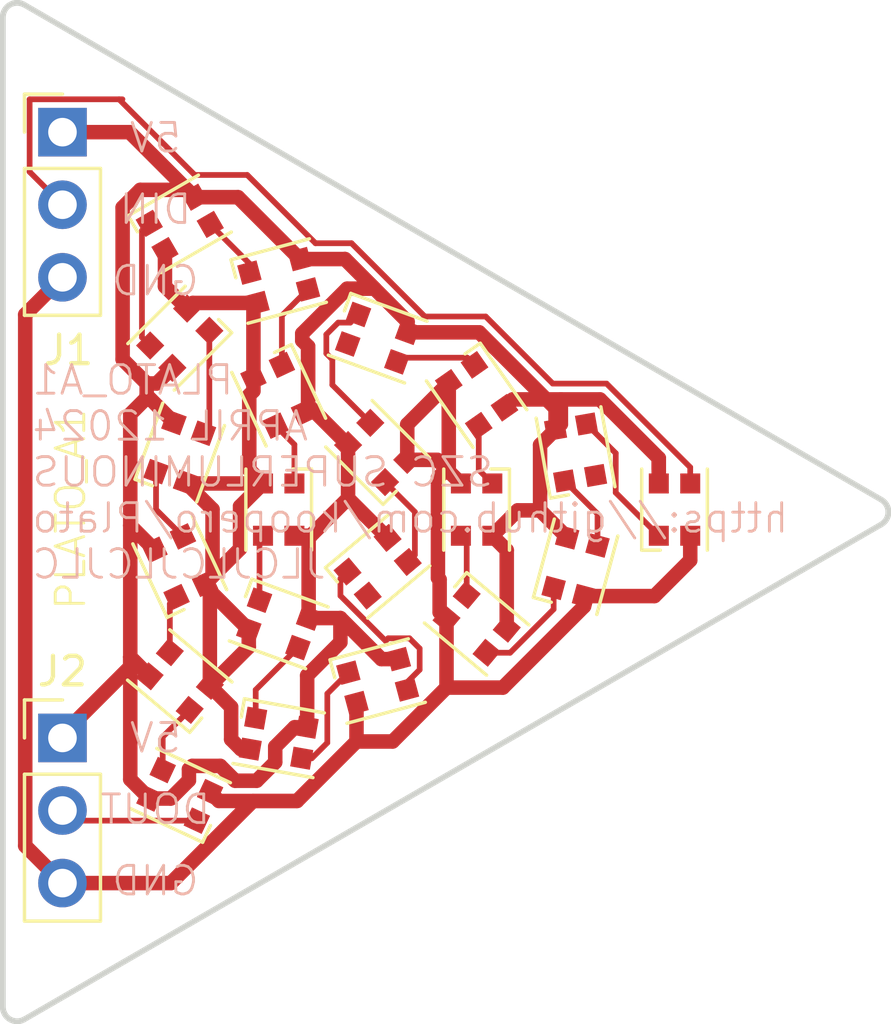
<source format=kicad_pcb>
(kicad_pcb (version 20240108) (generator "pcbnew") (generator_version "8.0")
  (layers (0 "F.Cu" signal) (31 "B.Cu" signal) (34 "B.Paste" user) (35 "F.Paste" user) (36 "B.SilkS" user "B.Silkscreen") (37 "F.SilkS" user "F.Silkscreen") (38 "B.Mask" user) (39 "F.Mask" user) (44 "Edge.Cuts" user))
  (net 0 "")
  (net 1 "DATA_IN")
  (net 2 "GND")
  (net 3 "Net-(D1-DOUT)")
  (net 4 "+5V")
  (net 5 "Net-(D2-DOUT)")
  (net 6 "Net-(D3-DOUT)")
  (net 7 "Net-(D4-DOUT)")
  (net 8 "Net-(D6-DOUT)")
  (net 9 "Net-(D10-DIN)")
  (net 10 "Net-(D11-DOUT)")
  (net 11 "Net-(D10-DOUT)")
  (net 12 "Net-(D12-DOUT)")
  (net 13 "Net-(D13-DOUT)")
  (net 14 "Net-(D15-DOUT)")
  (net 15 "Net-(D16-DOUT)")
  (net 16 "Net-(D18-DOUT)")
  (net 17 "Net-(D19-DOUT)")
  (net 18 "DATA_OUT")
  (net 19 "Net-(D5-DOUT)")
  (net 20 "Net-(D7-DOUT)")
  (net 21 "Net-(D8-DOUT)")
  (net 22 "Net-(D14-DOUT)")
  (net 23 "Net-(D17-DOUT)")
  (net 24 "Net-(D20-DOUT)")
  (footprint "Connector_PinHeader_2.54mm:PinHeader_1x03_P2.54mm_Vertical" (layer "F.Cu") (at 99.627064 59.297943)
    (property "Reference" "J1" (at 0.214102 7.629165 360) (layer "F.SilkS"))
    (property "Value" "Conn_01x03_Socket" (hide yes))
    (fp_line (start -1.330001 -1.329999) (end 0 -1.33) (stroke (width 0.12)) (layer "F.SilkS"))
    (fp_line (start -1.33 0) (end -1.330001 -1.329999) (stroke (width 0.12)) (layer "F.SilkS"))
    (fp_line (start -1.33 1.27) (end -1.33 6.410001) (stroke (width 0.12)) (layer "F.SilkS"))
    (fp_line (start -1.33 1.27) (end 1.329999 1.269999) (stroke (width 0.12)) (layer "F.SilkS"))
    (fp_line (start -1.33 6.410001) (end 1.33 6.41) (stroke (width 0.12)) (layer "F.SilkS"))
    (fp_line (start 1.329999 1.269999) (end 1.33 6.41) (stroke (width 0.12)) (layer "F.SilkS"))
    (pad "1" thru_hole rect (at 0 0) (size 1.7 1.7) (drill 1) (layers "*.Cu" "*.Mask") (net 4 "+5V"))
    (pad "2" thru_hole oval (at 0 2.54) (size 1.7 1.7) (drill 1) (layers "*.Cu" "*.Mask") (net 1 "DATA_IN"))
    (pad "3" thru_hole oval (at 0 5.08) (size 1.7 1.7) (drill 1) (layers "*.Cu" "*.Mask") (net 2 "GND"))
  )
  (footprint "LED_SMD:LED_WS2812B-2020_PLCC4_2.0x2.0mm" (layer "F.Cu") (at 103.732378 62.507418 30)
    (property "Reference" "D16" (hide yes))
    (property "Value" "WS2812B-2020" (hide yes))
    (fp_line (start -1.42 -1.15) (end -1.42 -0.5) (stroke (width 0.12)) (layer "F.SilkS"))
    (fp_line (start -1.42 -1.15) (end 1.42 -1.15) (stroke (width 0.12)) (layer "F.SilkS"))
    (fp_line (start -1.42 1.15) (end 1.42 1.15) (stroke (width 0.12)) (layer "F.SilkS"))
    (pad "1" smd rect (at -0.915 -0.55 30) (size 0.7 0.7) (layers "F.Cu" "F.Paste" "F.Mask") (net 15 "Net-(D16-DOUT)"))
    (pad "2" smd rect (at -0.915 0.55 30) (size 0.7 0.7) (layers "F.Cu" "F.Paste" "F.Mask") (net 2 "GND"))
    (pad "3" smd rect (at 0.915 0.55 30) (size 0.7 0.7) (layers "F.Cu" "F.Paste" "F.Mask") (net 14 "Net-(D15-DOUT)"))
    (pad "4" smd rect (at 0.915 -0.55 30) (size 0.7 0.7) (layers "F.Cu" "F.Paste" "F.Mask") (net 4 "+5V"))
  )
  (footprint "Connector_PinHeader_2.54mm:PinHeader_1x03_P2.54mm_Vertical" (layer "F.Cu") (at 99.627064 80.497943)
    (property "Reference" "J2" (at 0 -2.33 360) (layer "F.SilkS"))
    (property "Value" "Conn_01x03_Pin" (hide yes))
    (fp_line (start -1.33 -1.33) (end 0 -1.33) (stroke (width 0.12)) (layer "F.SilkS"))
    (fp_line (start -1.33 0) (end -1.33 -1.33) (stroke (width 0.12)) (layer "F.SilkS"))
    (fp_line (start -1.33 1.27) (end -1.33 6.41) (stroke (width 0.12)) (layer "F.SilkS"))
    (fp_line (start -1.33 1.27) (end 1.33 1.27) (stroke (width 0.12)) (layer "F.SilkS"))
    (fp_line (start -1.33 6.41) (end 1.33 6.41) (stroke (width 0.12)) (layer "F.SilkS"))
    (fp_line (start 1.33 1.27) (end 1.33 6.41) (stroke (width 0.12)) (layer "F.SilkS"))
    (pad "1" thru_hole rect (at 0 0) (size 1.7 1.7) (drill 1) (layers "*.Cu" "*.Mask") (net 4 "+5V"))
    (pad "2" thru_hole oval (at 0 2.54) (size 1.7 1.7) (drill 1) (layers "*.Cu" "*.Mask") (net 18 "DATA_OUT"))
    (pad "3" thru_hole oval (at 0 5.08) (size 1.7 1.7) (drill 1) (layers "*.Cu" "*.Mask") (net 2 "GND"))
  )
  (footprint "LED_SMD:LED_WS2812B-2020_PLCC4_2.0x2.0mm" (layer "F.Cu") (at 110.66058 78.507418 15)
    (property "Reference" "D10" (hide yes))
    (property "Value" "WS2812B-2020" (hide yes))
    (fp_line (start -1.42 -1.15) (end -1.42 -0.5) (stroke (width 0.12)) (layer "F.SilkS"))
    (fp_line (start -1.42 -1.15) (end 1.42 -1.15) (stroke (width 0.12)) (layer "F.SilkS"))
    (fp_line (start -1.42 1.15) (end 1.42 1.15) (stroke (width 0.12)) (layer "F.SilkS"))
    (pad "1" smd rect (at -0.915 -0.55 15) (size 0.7 0.7) (layers "F.Cu" "F.Paste" "F.Mask") (net 11 "Net-(D10-DOUT)"))
    (pad "2" smd rect (at -0.915 0.55 15) (size 0.7 0.7) (layers "F.Cu" "F.Paste" "F.Mask") (net 2 "GND"))
    (pad "3" smd rect (at 0.915 0.55 15) (size 0.7 0.7) (layers "F.Cu" "F.Paste" "F.Mask") (net 9 "Net-(D10-DIN)"))
    (pad "4" smd rect (at 0.915 -0.55 15) (size 0.7 0.7) (layers "F.Cu" "F.Paste" "F.Mask") (net 4 "+5V"))
  )
  (footprint "LED_SMD:LED_WS2812B-2020_PLCC4_2.0x2.0mm" (layer "F.Cu") (at 110.66058 70.507418 135)
    (property "Reference" "D8" (hide yes))
    (property "Value" "WS2812B-2020" (hide yes))
    (fp_line (start -1.42 -1.15) (end 1.42 -1.15) (stroke (width 0.12)) (layer "F.SilkS"))
    (fp_line (start -1.42 -1.15) (end -1.42 -0.5) (stroke (width 0.12)) (layer "F.SilkS"))
    (fp_line (start -1.42 1.15) (end 1.42 1.15) (stroke (width 0.12)) (layer "F.SilkS"))
    (pad "1" smd rect (at -0.915 -0.55 135) (size 0.7 0.7) (layers "F.Cu" "F.Paste" "F.Mask") (net 21 "Net-(D8-DOUT)"))
    (pad "2" smd rect (at -0.915 0.55 135) (size 0.7 0.7) (layers "F.Cu" "F.Paste" "F.Mask") (net 2 "GND"))
    (pad "3" smd rect (at 0.915 0.55 135) (size 0.7 0.7) (layers "F.Cu" "F.Paste" "F.Mask") (net 20 "Net-(D7-DOUT)"))
    (pad "4" smd rect (at 0.915 -0.55 135) (size 0.7 0.7) (layers "F.Cu" "F.Paste" "F.Mask") (net 4 "+5V"))
  )
  (footprint "LED_SMD:LED_WS2812B-2020_PLCC4_2.0x2.0mm" (layer "F.Cu") (at 107.19648 72.507418 -90)
    (property "Reference" "D13" (hide yes))
    (property "Value" "WS2812B-2020" (hide yes))
    (fp_line (start -1.42 1.15) (end 1.42 1.15) (stroke (width 0.12)) (layer "F.SilkS"))
    (fp_line (start -1.42 -1.15) (end -1.42 -0.5) (stroke (width 0.12)) (layer "F.SilkS"))
    (fp_line (start -1.42 -1.15) (end 1.42 -1.15) (stroke (width 0.12)) (layer "F.SilkS"))
    (pad "1" smd rect (at -0.915 -0.55 270) (size 0.7 0.7) (layers "F.Cu" "F.Paste" "F.Mask") (net 13 "Net-(D13-DOUT)"))
    (pad "2" smd rect (at -0.915 0.55 270) (size 0.7 0.7) (layers "F.Cu" "F.Paste" "F.Mask") (net 2 "GND"))
    (pad "3" smd rect (at 0.915 0.55 270) (size 0.7 0.7) (layers "F.Cu" "F.Paste" "F.Mask") (net 12 "Net-(D12-DOUT)"))
    (pad "4" smd rect (at 0.915 -0.55 270) (size 0.7 0.7) (layers "F.Cu" "F.Paste" "F.Mask") (net 4 "+5V"))
  )
  (footprint "LED_SMD:LED_WS2812B-2020_PLCC4_2.0x2.0mm" (layer "F.Cu") (at 107.19648 80.507418 -10)
    (property "Reference" "D11" (hide yes))
    (property "Value" "WS2812B-2020" (hide yes))
    (fp_line (start -1.42 1.150001) (end 1.420001 1.150001) (stroke (width 0.12)) (layer "F.SilkS"))
    (fp_line (start -1.420001 -1.150001) (end -1.42 -0.5) (stroke (width 0.12)) (layer "F.SilkS"))
    (fp_line (start -1.420001 -1.150001) (end 1.42 -1.150001) (stroke (width 0.12)) (layer "F.SilkS"))
    (pad "1" smd rect (at -0.915001 -0.550001 350) (size 0.7 0.7) (layers "F.Cu" "F.Paste" "F.Mask") (net 10 "Net-(D11-DOUT)"))
    (pad "2" smd rect (at -0.915 0.55 350) (size 0.7 0.7) (layers "F.Cu" "F.Paste" "F.Mask") (net 2 "GND"))
    (pad "3" smd rect (at 0.915001 0.550001 350) (size 0.7 0.7) (layers "F.Cu" "F.Paste" "F.Mask") (net 11 "Net-(D10-DOUT)"))
    (pad "4" smd rect (at 0.915 -0.55 350) (size 0.7 0.7) (layers "F.Cu" "F.Paste" "F.Mask") (net 4 "+5V"))
  )
  (footprint "LED_SMD:LED_WS2812B-2020_PLCC4_2.0x2.0mm" (layer "F.Cu") (at 103.732378 74.507418 115)
    (property "Reference" "D19" (hide yes))
    (property "Value" "WS2812B-2020" (hide yes))
    (fp_line (start -1.42 -1.15) (end 1.42 -1.15) (stroke (width 0.12)) (layer "F.SilkS"))
    (fp_line (start -1.42 -1.15) (end -1.42 -0.5) (stroke (width 0.12)) (layer "F.SilkS"))
    (fp_line (start -1.42 1.15) (end 1.42 1.15) (stroke (width 0.12)) (layer "F.SilkS"))
    (pad "1" smd rect (at -0.915 -0.550001 115) (size 0.7 0.7) (layers "F.Cu" "F.Paste" "F.Mask") (net 17 "Net-(D19-DOUT)"))
    (pad "2" smd rect (at -0.915 0.55 115) (size 0.7 0.7) (layers "F.Cu" "F.Paste" "F.Mask") (net 2 "GND"))
    (pad "3" smd rect (at 0.915 0.550001 115) (size 0.7 0.7) (layers "F.Cu" "F.Paste" "F.Mask") (net 16 "Net-(D18-DOUT)"))
    (pad "4" smd rect (at 0.915 -0.55 115) (size 0.7 0.7) (layers "F.Cu" "F.Paste" "F.Mask") (net 4 "+5V"))
  )
  (footprint "LED_SMD:LED_WS2812B-2020_PLCC4_2.0x2.0mm" (layer "F.Cu") (at 117.588784 74.507418 75)
    (property "Reference" "D3" (hide yes))
    (property "Value" "WS2812B-2020" (hide yes))
    (fp_line (start -1.419999 -1.15) (end -1.42 -0.5) (stroke (width 0.12)) (layer "F.SilkS"))
    (fp_line (start -1.419999 -1.15) (end 1.42 -1.150001) (stroke (width 0.12)) (layer "F.SilkS"))
    (fp_line (start -1.42 1.150001) (end 1.419999 1.15) (stroke (width 0.12)) (layer "F.SilkS"))
    (pad "1" smd rect (at -0.915 -0.549999 75) (size 0.7 0.7) (layers "F.Cu" "F.Paste" "F.Mask") (net 6 "Net-(D3-DOUT)"))
    (pad "2" smd rect (at -0.915 0.55 75) (size 0.7 0.7) (layers "F.Cu" "F.Paste" "F.Mask") (net 2 "GND"))
    (pad "3" smd rect (at 0.915 0.549999 75) (size 0.7 0.7) (layers "F.Cu" "F.Paste" "F.Mask") (net 5 "Net-(D2-DOUT)"))
    (pad "4" smd rect (at 0.915 -0.55 75) (size 0.7 0.7) (layers "F.Cu" "F.Paste" "F.Mask") (net 4 "+5V"))
  )
  (footprint "LED_SMD:LED_WS2812B-2020_PLCC4_2.0x2.0mm" (layer "F.Cu") (at 121.052885 72.507418 90)
    (property "Reference" "D1" (hide yes))
    (property "Value" "WS2812B-2020" (hide yes))
    (fp_line (start -1.42 -1.150001) (end 1.419999 -1.149999) (stroke (width 0.12)) (layer "F.SilkS"))
    (fp_line (start -1.42 -1.150001) (end -1.420001 -0.500001) (stroke (width 0.12)) (layer "F.SilkS"))
    (fp_line (start -1.419999 1.149999) (end 1.42 1.150001) (stroke (width 0.12)) (layer "F.SilkS"))
    (pad "1" smd rect (at -0.915 -0.549999 90) (size 0.7 0.7) (layers "F.Cu" "F.Paste" "F.Mask") (net 3 "Net-(D1-DOUT)"))
    (pad "2" smd rect (at -0.915 0.549999 90) (size 0.7 0.7) (layers "F.Cu" "F.Paste" "F.Mask") (net 2 "GND"))
    (pad "3" smd rect (at 0.915 0.549999 90) (size 0.7 0.7) (layers "F.Cu" "F.Paste" "F.Mask") (net 1 "DATA_IN"))
    (pad "4" smd rect (at 0.915 -0.549999 90) (size 0.7 0.7) (layers "F.Cu" "F.Paste" "F.Mask") (net 4 "+5V"))
  )
  (footprint "LED_SMD:LED_WS2812B-2020_PLCC4_2.0x2.0mm" (layer "F.Cu") (at 110.66058 66.507418 -20)
    (property "Reference" "D7" (hide yes))
    (property "Value" "WS2812B-2020" (hide yes))
    (fp_line (start -1.42 1.15) (end 1.42 1.15) (stroke (width 0.12)) (layer "F.SilkS"))
    (fp_line (start -1.42 -1.15) (end -1.42 -0.5) (stroke (width 0.12)) (layer "F.SilkS"))
    (fp_line (start -1.42 -1.15) (end 1.42 -1.15) (stroke (width 0.12)) (layer "F.SilkS"))
    (pad "1" smd rect (at -0.915 -0.55 340) (size 0.7 0.7) (layers "F.Cu" "F.Paste" "F.Mask") (net 20 "Net-(D7-DOUT)"))
    (pad "2" smd rect (at -0.915 0.550001 340) (size 0.7 0.7) (layers "F.Cu" "F.Paste" "F.Mask") (net 2 "GND"))
    (pad "3" smd rect (at 0.915 0.55 340) (size 0.7 0.7) (layers "F.Cu" "F.Paste" "F.Mask") (net 8 "Net-(D6-DOUT)"))
    (pad "4" smd rect (at 0.915 -0.550001 340) (size 0.7 0.7) (layers "F.Cu" "F.Paste" "F.Mask") (net 4 "+5V"))
  )
  (footprint "LED_SMD:LED_WS2812B-2020_PLCC4_2.0x2.0mm" (layer "F.Cu") (at 103.732378 66.507418 -135)
    (property "Reference" "D17" (hide yes))
    (property "Value" "WS2812B-2020" (hide yes))
    (fp_line (start -1.42 1.15) (end 1.42 1.15) (stroke (width 0.12)) (layer "F.SilkS"))
    (fp_line (start -1.42 -1.15) (end 1.42 -1.15) (stroke (width 0.12)) (layer "F.SilkS"))
    (fp_line (start -1.42 -1.15) (end -1.42 -0.5) (stroke (width 0.12)) (layer "F.SilkS"))
    (pad "1" smd rect (at -0.915 -0.55 225) (size 0.7 0.7) (layers "F.Cu" "F.Paste" "F.Mask") (net 23 "Net-(D17-DOUT)"))
    (pad "2" smd rect (at -0.915 0.55 225) (size 0.7 0.7) (layers "F.Cu" "F.Paste" "F.Mask") (net 2 "GND"))
    (pad "3" smd rect (at 0.915 0.55 225) (size 0.7 0.7) (layers "F.Cu" "F.Paste" "F.Mask") (net 15 "Net-(D16-DOUT)"))
    (pad "4" smd rect (at 0.915 -0.55 225) (size 0.7 0.7) (layers "F.Cu" "F.Paste" "F.Mask") (net 4 "+5V"))
  )
  (footprint "LED_SMD:LED_WS2812B-2020_PLCC4_2.0x2.0mm" (layer "F.Cu") (at 107.19648 64.507418 15)
    (property "Reference" "D15" (hide yes))
    (property "Value" "WS2812B-2020" (hide yes))
    (fp_line (start -1.420001 -1.149999) (end -1.42 -0.5) (stroke (width 0.12)) (layer "F.SilkS"))
    (fp_line (start -1.420001 -1.149999) (end 1.419999 -1.15) (stroke (width 0.12)) (layer "F.SilkS"))
    (fp_line (start -1.419999 1.15) (end 1.420001 1.149999) (stroke (width 0.12)) (layer "F.SilkS"))
    (pad "1" smd rect (at -0.915001 -0.549999 15) (size 0.7 0.7) (layers "F.Cu" "F.Paste" "F.Mask") (net 14 "Net-(D15-DOUT)"))
    (pad "2" smd rect (at -0.915 0.55 15) (size 0.7 0.7) (layers "F.Cu" "F.Paste" "F.Mask") (net 2 "GND"))
    (pad "3" smd rect (at 0.915001 0.549999 15) (size 0.7 0.7) (layers "F.Cu" "F.Paste" "F.Mask") (net 22 "Net-(D14-DOUT)"))
    (pad "4" smd rect (at 0.915 -0.55 15) (size 0.7 0.7) (layers "F.Cu" "F.Paste" "F.Mask") (net 4 "+5V"))
  )
  (footprint "LED_SMD:LED_WS2812B-2020_PLCC4_2.0x2.0mm" (layer "F.Cu") (at 103.732378 70.507418 70)
    (property "Reference" "D18" (hide yes))
    (property "Value" "WS2812B-2020" (hide yes))
    (fp_line (start -1.42 -1.15) (end -1.42 -0.5) (stroke (width 0.12)) (layer "F.SilkS"))
    (fp_line (start -1.42 -1.15) (end 1.42 -1.15) (stroke (width 0.12)) (layer "F.SilkS"))
    (fp_line (start -1.42 1.15) (end 1.42 1.15) (stroke (width 0.12)) (layer "F.SilkS"))
    (pad "1" smd rect (at -0.915 -0.55 70) (size 0.7 0.7) (layers "F.Cu" "F.Paste" "F.Mask") (net 16 "Net-(D18-DOUT)"))
    (pad "2" smd rect (at -0.915 0.550001 70) (size 0.7 0.7) (layers "F.Cu" "F.Paste" "F.Mask") (net 2 "GND"))
    (pad "3" smd rect (at 0.915 0.55 70) (size 0.7 0.7) (layers "F.Cu" "F.Paste" "F.Mask") (net 23 "Net-(D17-DOUT)"))
    (pad "4" smd rect (at 0.915 -0.550001 70) (size 0.7 0.7) (layers "F.Cu" "F.Paste" "F.Mask") (net 4 "+5V"))
  )
  (footprint "LED_SMD:LED_WS2812B-2020_PLCC4_2.0x2.0mm" (layer "F.Cu") (at 117.588784 70.507418 100)
    (property "Reference" "D2" (hide yes))
    (property "Value" "WS2812B-2020" (hide yes))
    (fp_line (start -1.42 -1.149999) (end 1.419999 -1.15) (stroke (width 0.12)) (layer "F.SilkS"))
    (fp_line (start -1.42 -1.149999) (end -1.42 -0.500001) (stroke (width 0.12)) (layer "F.SilkS"))
    (fp_line (start -1.419999 1.15) (end 1.42 1.149999) (stroke (width 0.12)) (layer "F.SilkS"))
    (pad "1" smd rect (at -0.914999 -0.55 100) (size 0.7 0.7) (layers "F.Cu" "F.Paste" "F.Mask") (net 5 "Net-(D2-DOUT)"))
    (pad "2" smd rect (at -0.915 0.550001 100) (size 0.7 0.7) (layers "F.Cu" "F.Paste" "F.Mask") (net 2 "GND"))
    (pad "3" smd rect (at 0.914999 0.55 100) (size 0.7 0.7) (layers "F.Cu" "F.Paste" "F.Mask") (net 3 "Net-(D1-DOUT)"))
    (pad "4" smd rect (at 0.915 -0.550001 100) (size 0.7 0.7) (layers "F.Cu" "F.Paste" "F.Mask") (net 4 "+5V"))
  )
  (footprint "LED_SMD:LED_WS2812B-2020_PLCC4_2.0x2.0mm" (layer "F.Cu") (at 107.19648 68.507418 -65)
    (property "Reference" "D14" (hide yes))
    (property "Value" "WS2812B-2020" (hide yes))
    (fp_line (start -1.42 1.15) (end 1.42 1.15) (stroke (width 0.12)) (layer "F.SilkS"))
    (fp_line (start -1.42 -1.15) (end -1.42 -0.5) (stroke (width 0.12)) (layer "F.SilkS"))
    (fp_line (start -1.42 -1.15) (end 1.42 -1.15) (stroke (width 0.12)) (layer "F.SilkS"))
    (pad "1" smd rect (at -0.915001 -0.55 295) (size 0.7 0.7) (layers "F.Cu" "F.Paste" "F.Mask") (net 22 "Net-(D14-DOUT)"))
    (pad "2" smd rect (at -0.914999 0.55 295) (size 0.7 0.7) (layers "F.Cu" "F.Paste" "F.Mask") (net 2 "GND"))
    (pad "3" smd rect (at 0.915001 0.55 295) (size 0.7 0.7) (layers "F.Cu" "F.Paste" "F.Mask") (net 13 "Net-(D13-DOUT)"))
    (pad "4" smd rect (at 0.914999 -0.55 295) (size 0.7 0.7) (layers "F.Cu" "F.Paste" "F.Mask") (net 4 "+5V"))
  )
  (footprint "LED_SMD:LED_WS2812B-2020_PLCC4_2.0x2.0mm" (layer "F.Cu") (at 103.732378 78.507418 140)
    (property "Reference" "D20" (hide yes))
    (property "Value" "WS2812B-2020" (hide yes))
    (fp_line (start -1.42 -1.150001) (end 1.42 -1.15) (stroke (width 0.12)) (layer "F.SilkS"))
    (fp_line (start -1.42 -1.150001) (end -1.42 -0.5) (stroke (width 0.12)) (layer "F.SilkS"))
    (fp_line (start -1.42 1.15) (end 1.42 1.150001) (stroke (width 0.12)) (layer "F.SilkS"))
    (pad "1" smd rect (at -0.915 -0.55 140) (size 0.7 0.7) (layers "F.Cu" "F.Paste" "F.Mask") (net 24 "Net-(D20-DOUT)"))
    (pad "2" smd rect (at -0.915 0.55 140) (size 0.7 0.7) (layers "F.Cu" "F.Paste" "F.Mask") (net 2 "GND"))
    (pad "3" smd rect (at 0.915 0.55 140) (size 0.7 0.7) (layers "F.Cu" "F.Paste" "F.Mask") (net 17 "Net-(D19-DOUT)"))
    (pad "4" smd rect (at 0.915 -0.55 140) (size 0.7 0.7) (layers "F.Cu" "F.Paste" "F.Mask") (net 4 "+5V"))
  )
  (footprint "LED_SMD:LED_WS2812B-2020_PLCC4_2.0x2.0mm" (layer "F.Cu") (at 114.124682 68.507418 -55)
    (property "Reference" "D6" (hide yes))
    (property "Value" "WS2812B-2020" (hide yes))
    (fp_line (start -1.42 1.15) (end 1.42 1.150001) (stroke (width 0.12)) (layer "F.SilkS"))
    (fp_line (start -1.42 -1.150001) (end -1.42 -0.5) (stroke (width 0.12)) (layer "F.SilkS"))
    (fp_line (start -1.42 -1.150001) (end 1.42 -1.15) (stroke (width 0.12)) (layer "F.SilkS"))
    (pad "1" smd rect (at -0.915 -0.55 305) (size 0.7 0.7) (layers "F.Cu" "F.Paste" "F.Mask") (net 8 "Net-(D6-DOUT)"))
    (pad "2" smd rect (at -0.915 0.55 305) (size 0.7 0.7) (layers "F.Cu" "F.Paste" "F.Mask") (net 2 "GND"))
    (pad "3" smd rect (at 0.915 0.55 305) (size 0.7 0.7) (layers "F.Cu" "F.Paste" "F.Mask") (net 19 "Net-(D5-DOUT)"))
    (pad "4" smd rect (at 0.915 -0.55 305) (size 0.7 0.7) (layers "F.Cu" "F.Paste" "F.Mask") (net 4 "+5V"))
  )
  (footprint "LED_SMD:LED_WS2812B-2020_PLCC4_2.0x2.0mm" (layer "F.Cu") (at 107.19648 76.507418 -20)
    (property "Reference" "D12" (hide yes))
    (property "Value" "WS2812B-2020" (hide yes))
    (fp_line (start -1.42 1.15) (end 1.42 1.15) (stroke (width 0.12)) (layer "F.SilkS"))
    (fp_line (start -1.42 -1.15) (end -1.42 -0.5) (stroke (width 0.12)) (layer "F.SilkS"))
    (fp_line (start -1.42 -1.15) (end 1.42 -1.15) (stroke (width 0.12)) (layer "F.SilkS"))
    (pad "1" smd rect (at -0.915001 -0.55 340) (size 0.7 0.7) (layers "F.Cu" "F.Paste" "F.Mask") (net 12 "Net-(D12-DOUT)"))
    (pad "2" smd rect (at -0.915 0.55 340) (size 0.7 0.7) (layers "F.Cu" "F.Paste" "F.Mask") (net 2 "GND"))
    (pad "3" smd rect (at 0.915001 0.55 340) (size 0.7 0.7) (layers "F.Cu" "F.Paste" "F.Mask") (net 10 "Net-(D11-DOUT)"))
    (pad "4" smd rect (at 0.915 -0.55 340) (size 0.7 0.7) (layers "F.Cu" "F.Paste" "F.Mask") (net 4 "+5V"))
  )
  (footprint "LED_SMD:LED_WS2812B-2020_PLCC4_2.0x2.0mm" (layer "F.Cu") (at 114.124682 72.507418 -90)
    (property "Reference" "D5" (hide yes))
    (property "Value" "WS2812B-2020" (hide yes))
    (fp_line (start -1.42 1.15) (end 1.42 1.149999) (stroke (width 0.12)) (layer "F.SilkS"))
    (fp_line (start -1.42 -1.149999) (end -1.42 -0.499999) (stroke (width 0.12)) (layer "F.SilkS"))
    (fp_line (start -1.42 -1.149999) (end 1.42 -1.15) (stroke (width 0.12)) (layer "F.SilkS"))
    (pad "1" smd rect (at -0.915 -0.55 270) (size 0.7 0.7) (layers "F.Cu" "F.Paste" "F.Mask") (net 19 "Net-(D5-DOUT)"))
    (pad "2" smd rect (at -0.915001 0.549999 270) (size 0.7 0.7) (layers "F.Cu" "F.Paste" "F.Mask") (net 2 "GND"))
    (pad "3" smd rect (at 0.915 0.55 270) (size 0.7 0.7) (layers "F.Cu" "F.Paste" "F.Mask") (net 7 "Net-(D4-DOUT)"))
    (pad "4" smd rect (at 0.915001 -0.549999 270) (size 0.7 0.7) (layers "F.Cu" "F.Paste" "F.Mask") (net 4 "+5V"))
  )
  (footprint "LED_SMD:LED_WS2812B-2020_PLCC4_2.0x2.0mm" (layer "F.Cu") (at 114.124682 76.507418 -40)
    (property "Reference" "D4" (hide yes))
    (property "Value" "WS2812B-2020" (hide yes))
    (fp_line (start -1.419999 1.15) (end 1.420001 1.150001) (stroke (width 0.12)) (layer "F.SilkS"))
    (fp_line (start -1.420001 -1.150001) (end -1.42 -0.5) (stroke (width 0.12)) (layer "F.SilkS"))
    (fp_line (start -1.420001 -1.150001) (end 1.419999 -1.15) (stroke (width 0.12)) (layer "F.SilkS"))
    (pad "1" smd rect (at -0.915 -0.550001 320) (size 0.7 0.7) (layers "F.Cu" "F.Paste" "F.Mask") (net 7 "Net-(D4-DOUT)"))
    (pad "2" smd rect (at -0.915 0.55 320) (size 0.7 0.7) (layers "F.Cu" "F.Paste" "F.Mask") (net 2 "GND"))
    (pad "3" smd rect (at 0.915 0.550001 320) (size 0.7 0.7) (layers "F.Cu" "F.Paste" "F.Mask") (net 6 "Net-(D3-DOUT)"))
    (pad "4" smd rect (at 0.915 -0.55 320) (size 0.7 0.7) (layers "F.Cu" "F.Paste" "F.Mask") (net 4 "+5V"))
  )
  (footprint "LED_SMD:LED_WS2812B-2020_PLCC4_2.0x2.0mm" (layer "F.Cu") (at 103.732378 82.507418 155)
    (property "Reference" "D21" (hide yes))
    (property "Value" "WS2812B-2020" (hide yes))
    (fp_line (start -1.42 -1.15) (end 1.42 -1.15) (stroke (width 0.12)) (layer "F.SilkS"))
    (fp_line (start -1.42 -1.15) (end -1.42 -0.5) (stroke (width 0.12)) (layer "F.SilkS"))
    (fp_line (start -1.42 1.15) (end 1.42 1.15) (stroke (width 0.12)) (layer "F.SilkS"))
    (pad "1" smd rect (at -0.915 -0.55 155) (size 0.7 0.7) (layers "F.Cu" "F.Paste" "F.Mask") (net 18 "DATA_OUT"))
    (pad "2" smd rect (at -0.915 0.550001 155) (size 0.7 0.7) (layers "F.Cu" "F.Paste" "F.Mask") (net 2 "GND"))
    (pad "3" smd rect (at 0.915 0.55 155) (size 0.7 0.7) (layers "F.Cu" "F.Paste" "F.Mask") (net 24 "Net-(D20-DOUT)"))
    (pad "4" smd rect (at 0.915 -0.550001 155) (size 0.7 0.7) (layers "F.Cu" "F.Paste" "F.Mask") (net 4 "+5V"))
  )
  (footprint "LED_SMD:LED_WS2812B-2020_PLCC4_2.0x2.0mm" (layer "F.Cu") (at 110.66058 74.507418 40)
    (property "Reference" "D9" (hide yes))
    (property "Value" "WS2812B-2020" (hide yes))
    (fp_line (start -1.42 -1.15) (end -1.42 -0.5) (stroke (width 0.12)) (layer "F.SilkS"))
    (fp_line (start -1.42 -1.15) (end 1.42 -1.150001) (stroke (width 0.12)) (layer "F.SilkS"))
    (fp_line (start -1.42 1.150001) (end 1.42 1.15) (stroke (width 0.12)) (layer "F.SilkS"))
    (pad "1" smd rect (at -0.915 -0.55 40) (size 0.7 0.7) (layers "F.Cu" "F.Paste" "F.Mask") (net 9 "Net-(D10-DIN)"))
    (pad "2" smd rect (at -0.915 0.55 40) (size 0.7 0.7) (layers "F.Cu" "F.Paste" "F.Mask") (net 2 "GND"))
    (pad "3" smd rect (at 0.915 0.55 40) (size 0.7 0.7) (layers "F.Cu" "F.Paste" "F.Mask") (net 21 "Net-(D8-DOUT)"))
    (pad "4" smd rect (at 0.915 -0.55 40) (size 0.7 0.7) (layers "F.Cu" "F.Paste" "F.Mask") (net 4 "+5V"))
  )
  (gr_line (start 128.490319 72.376325) (end 128.509681 72.422257) (stroke (width 0.2)) (layer "Edge.Cuts"))
  (gr_line (start 97.904415 90.395087) (end 97.857164 90.379212) (stroke (width 0.2)) (layer "Edge.Cuts"))
  (gr_line (start 128.46648 72.332549) (end 128.490319 72.376325) (stroke (width 0.2)) (layer "Edge.Cuts"))
  (gr_line (start 128.524374 72.469888) (end 128.53425 72.518746) (stroke (width 0.2)) (layer "Edge.Cuts"))
  (gr_line (start 97.953011 90.406179) (end 97.904415 90.395087) (stroke (width 0.2)) (layer "Edge.Cuts"))
  (gr_line (start 98.0523 54.772914) (end 98.102007 54.776639) (stroke (width 0.2)) (layer "Edge.Cuts"))
  (gr_line (start 128.438401 72.291365) (end 128.46648 72.332549) (stroke (width 0.2)) (layer "Edge.Cuts"))
  (gr_line (start 98.0523 90.41362) (end 98.00247 90.412377) (stroke (width 0.2)) (layer "Edge.Cuts"))
  (gr_line (start 97.539835 55.272759) (end 97.54232 55.222975) (stroke (width 0.2)) (layer "Edge.Cuts"))
  (gr_line (start 97.549749 90.012848) (end 97.54232 89.963559) (stroke (width 0.2)) (layer "Edge.Cuts"))
  (gr_line (start 97.54232 89.963559) (end 97.539835 89.913775) (stroke (width 0.2)) (layer "Edge.Cuts"))
  (gr_line (start 97.81173 54.827823) (end 97.857164 54.807322) (stroke (width 0.2)) (layer "Edge.Cuts"))
  (gr_line (start 128.406361 72.253181) (end 128.438401 72.291365) (stroke (width 0.2)) (layer "Edge.Cuts"))
  (gr_line (start 128.331707 72.187298) (end 128.370678 72.218376) (stroke (width 0.2)) (layer "Edge.Cuts"))
  (gr_line (start 128.509681 72.422257) (end 128.524374 72.469888) (stroke (width 0.2)) (layer "Edge.Cuts"))
  (gr_line (start 128.539213 72.61819) (end 128.53425 72.667788) (stroke (width 0.2)) (layer "Edge.Cuts"))
  (gr_line (start 97.54232 55.222975) (end 97.549749 55.173686) (stroke (width 0.2)) (layer "Edge.Cuts"))
  (gr_line (start 98.151095 54.785295) (end 98.199078 54.798795) (stroke (width 0.2)) (layer "Edge.Cuts"))
  (gr_line (start 128.53425 72.667788) (end 128.524374 72.716646) (stroke (width 0.2)) (layer "Edge.Cuts"))
  (gr_line (start 97.953011 54.780355) (end 98.00247 54.774157) (stroke (width 0.2)) (layer "Edge.Cuts"))
  (gr_line (start 98.245479 90.369528) (end 98.199078 90.387739) (stroke (width 0.2)) (layer "Edge.Cuts"))
  (gr_line (start 97.579097 90.107992) (end 97.562049 90.061153) (stroke (width 0.2)) (layer "Edge.Cuts"))
  (gr_line (start 98.289835 54.839746) (end 128.289835 72.160254) (stroke (width 0.2)) (layer "Edge.Cuts"))
  (gr_line (start 128.539213 72.568344) (end 128.539213 72.61819) (stroke (width 0.2)) (layer "Edge.Cuts"))
  (gr_line (start 98.245479 54.817006) (end 98.289835 54.839746) (stroke (width 0.2)) (layer "Edge.Cuts"))
  (gr_line (start 98.199078 90.387739) (end 98.151095 90.401239) (stroke (width 0.2)) (layer "Edge.Cuts"))
  (gr_line (start 97.81173 90.358711) (end 97.768562 90.333788) (stroke (width 0.2)) (layer "Edge.Cuts"))
  (gr_line (start 97.626716 90.195435) (end 97.600724 90.152902) (stroke (width 0.2)) (layer "Edge.Cuts"))
  (gr_line (start 128.53425 72.518746) (end 128.539213 72.568344) (stroke (width 0.2)) (layer "Edge.Cuts"))
  (gr_line (start 128.490319 72.810209) (end 128.46648 72.853985) (stroke (width 0.2)) (layer "Edge.Cuts"))
  (gr_line (start 128.331707 72.999236) (end 128.289835 73.02628) (stroke (width 0.2)) (layer "Edge.Cuts"))
  (gr_line (start 98.00247 90.412377) (end 97.953011 90.406179) (stroke (width 0.2)) (layer "Edge.Cuts"))
  (gr_line (start 98.102007 90.409895) (end 98.0523 90.41362) (stroke (width 0.2)) (layer "Edge.Cuts"))
  (gr_line (start 98.289835 90.346788) (end 98.245479 90.369528) (stroke (width 0.2)) (layer "Edge.Cuts"))
  (gr_line (start 128.438401 72.895169) (end 128.406361 72.933353) (stroke (width 0.2)) (layer "Edge.Cuts"))
  (gr_line (start 97.857164 54.807322) (end 97.904415 54.791447) (stroke (width 0.2)) (layer "Edge.Cuts"))
  (gr_line (start 128.524374 72.716646) (end 128.509681 72.764277) (stroke (width 0.2)) (layer "Edge.Cuts"))
  (gr_line (start 97.579097 55.078542) (end 97.600724 55.033632) (stroke (width 0.2)) (layer "Edge.Cuts"))
  (gr_line (start 98.102007 54.776639) (end 98.151095 54.785295) (stroke (width 0.2)) (layer "Edge.Cuts"))
  (gr_line (start 97.656813 54.951365) (end 97.690717 54.914825) (stroke (width 0.2)) (layer "Edge.Cuts"))
  (gr_line (start 128.46648 72.853985) (end 128.438401 72.895169) (stroke (width 0.2)) (layer "Edge.Cuts"))
  (gr_line (start 98.00247 54.774157) (end 98.0523 54.772914) (stroke (width 0.2)) (layer "Edge.Cuts"))
  (gr_line (start 97.626716 54.991099) (end 97.656813 54.951365) (stroke (width 0.2)) (layer "Edge.Cuts"))
  (gr_line (start 97.562049 90.061153) (end 97.549749 90.012848) (stroke (width 0.2)) (layer "Edge.Cuts"))
  (gr_line (start 128.289835 73.02628) (end 98.289835 90.346788) (stroke (width 0.2)) (layer "Edge.Cuts"))
  (gr_line (start 97.768562 90.333788) (end 97.72809 90.304691) (stroke (width 0.2)) (layer "Edge.Cuts"))
  (gr_line (start 97.768562 54.852746) (end 97.81173 54.827823) (stroke (width 0.2)) (layer "Edge.Cuts"))
  (gr_line (start 97.539835 89.913775) (end 97.539835 55.272759) (stroke (width 0.2)) (layer "Edge.Cuts"))
  (gr_line (start 128.370678 72.968158) (end 128.331707 72.999236) (stroke (width 0.2)) (layer "Edge.Cuts"))
  (gr_line (start 98.151095 90.401239) (end 98.102007 90.409895) (stroke (width 0.2)) (layer "Edge.Cuts"))
  (gr_line (start 97.549749 55.173686) (end 97.562049 55.125381) (stroke (width 0.2)) (layer "Edge.Cuts"))
  (gr_line (start 97.690717 90.271709) (end 97.656813 90.235169) (stroke (width 0.2)) (layer "Edge.Cuts"))
  (gr_line (start 97.72809 90.304691) (end 97.690717 90.271709) (stroke (width 0.2)) (layer "Edge.Cuts"))
  (gr_line (start 98.199078 54.798795) (end 98.245479 54.817006) (stroke (width 0.2)) (layer "Edge.Cuts"))
  (gr_line (start 128.509681 72.764277) (end 128.490319 72.810209) (stroke (width 0.2)) (layer "Edge.Cuts"))
  (gr_line (start 128.370678 72.218376) (end 128.406361 72.253181) (stroke (width 0.2)) (layer "Edge.Cuts"))
  (gr_line (start 97.690717 54.914825) (end 97.72809 54.881843) (stroke (width 0.2)) (layer "Edge.Cuts"))
  (gr_line (start 97.600724 90.152902) (end 97.579097 90.107992) (stroke (width 0.2)) (layer "Edge.Cuts"))
  (gr_line (start 128.406361 72.933353) (end 128.370678 72.968158) (stroke (width 0.2)) (layer "Edge.Cuts"))
  (gr_line (start 97.600724 55.033632) (end 97.626716 54.991099) (stroke (width 0.2)) (layer "Edge.Cuts"))
  (gr_line (start 97.656813 90.235169) (end 97.626716 90.195435) (stroke (width 0.2)) (layer "Edge.Cuts"))
  (gr_line (start 97.904415 54.791447) (end 97.953011 54.780355) (stroke (width 0.2)) (layer "Edge.Cuts"))
  (gr_line (start 97.72809 54.881843) (end 97.768562 54.852746) (stroke (width 0.2)) (layer "Edge.Cuts"))
  (gr_line (start 128.289835 72.160254) (end 128.331707 72.187298) (stroke (width 0.2)) (layer "Edge.Cuts"))
  (gr_line (start 97.857164 90.379212) (end 97.81173 90.358711) (stroke (width 0.2)) (layer "Edge.Cuts"))
  (gr_line (start 97.562049 55.125381) (end 97.579097 55.078542) (stroke (width 0.2)) (layer "Edge.Cuts"))
  (gr_text "PLATO_A1\nAPRIL 12024\nSZC SUPERLUMINOUS\nhttps://github.com/koopero/Plato\nJLCJLCJLCJLC\n" (at 98.5 75 0) (layer "B.SilkS") (effects (font (size 1 1) (thickness 0.1)) (justify right bottom mirror)))
  (gr_text "DOUT\n" (at 102.880913 83 0) (layer "B.SilkS") (effects (font (size 1 1) (thickness 0.1)) (justify mirror)))
  (gr_text "5V" (at 102.880913 59.5 0) (layer "B.SilkS") (effects (font (size 1 1) (thickness 0.1)) (justify mirror)))
  (gr_text "GND" (at 102.880913 64.5 0) (layer "B.SilkS") (effects (font (size 1 1) (thickness 0.1)) (justify mirror)))
  (gr_text "5V" (at 102.880913 80.5 0) (layer "B.SilkS") (effects (font (size 1 1) (thickness 0.1)) (justify mirror)))
  (gr_text "GND" (at 102.880913 85.5 0) (layer "B.SilkS") (effects (font (size 1 1) (thickness 0.1)) (justify mirror)))
  (gr_text "DIN" (at 102.880913 62 0) (layer "B.SilkS") (effects (font (size 1 1) (thickness 0.1)) (justify mirror)))
  (gr_text "PLATO_A1" (at 100.5 72.5 90) (layer "F.SilkS") (effects (font (size 1 1) (thickness 0.1)) (justify bottom)))
  (segment (start 109.74625 63.185339) (end 112.310446 65.749535) (width 0.2) (layer "F.Cu") (net 1))
  (segment (start 98.477064 60.687943) (end 98.477064 58.147943) (width 0.2) (layer "F.Cu") (net 1))
  (segment (start 98.477064 58.147943) (end 101.726691 58.147943) (width 0.2) (layer "F.Cu") (net 1))
  (segment (start 101.607604 58.147943) (end 104.255156 60.795495) (width 0.2) (layer "F.Cu") (net 1))
  (segment (start 112.310446 65.749535) (end 114.443043 65.749535) (width 0.2) (layer "F.Cu") (net 1))
  (segment (start 116.790861 68.097353) (end 118.672974 68.097353) (width 0.2) (layer "F.Cu") (net 1))
  (segment (start 114.443043 65.749535) (end 116.790861 68.097353) (width 0.2) (layer "F.Cu") (net 1))
  (segment (start 118.672974 68.097353) (end 121.602884 71.027263) (width 0.2) (layer "F.Cu") (net 1))
  (segment (start 99.627064 61.837943) (end 98.477064 60.687943) (width 0.2) (layer "F.Cu") (net 1))
  (segment (start 121.602884 71.027263) (end 121.602884 71.592418) (width 0.2) (layer "F.Cu") (net 1))
  (segment (start 108.484364 63.185339) (end 109.74625 63.185339) (width 0.2) (layer "F.Cu") (net 1))
  (segment (start 106.09452 60.795495) (end 108.484364 63.185339) (width 0.2) (layer "F.Cu") (net 1))
  (segment (start 104.255156 60.795495) (end 106.09452 60.795495) (width 0.2) (layer "F.Cu") (net 1))
  (segment (start 109.919108 80.622336) (end 107.837351 82.704093) (width 0.508) (layer "F.Cu") (net 2))
  (segment (start 111.184477 80.622336) (end 113.070218 78.736595) (width 0.508) (layer "F.Cu") (net 2))
  (segment (start 112.770682 74.896418) (end 112.830194 74.95593) (width 0.508) (layer "F.Cu") (net 2))
  (segment (start 117.883224 75.533591) (end 120.349711 75.533591) (width 0.508) (layer "F.Cu") (net 2))
  (segment (start 105.531427 79.418829) (end 105.531427 80.549161) (width 0.508) (layer "F.Cu") (net 2))
  (segment (start 111.696491 69.526196) (end 113.149326 68.073361) (width 0.508) (layer "F.Cu") (net 2))
  (segment (start 105.531427 80.549161) (end 105.87244 80.890174) (width 0.508) (layer "F.Cu") (net 2))
  (segment (start 113.149326 71.16706) (end 113.574683 71.592417) (width 0.508) (layer "F.Cu") (net 2))
  (segment (start 104.786842 75.273549) (end 104.617543 75.10425) (width 0.508) (layer "F.Cu") (net 2))
  (segment (start 115.042567 78.736595) (end 117.883224 75.895938) (width 0.508) (layer "F.Cu") (net 2))
  (segment (start 104.786842 78.674244) (end 105.531427 79.418829) (width 0.508) (layer "F.Cu") (net 2))
  (segment (start 103.214965 64.696) (end 103.990472 65.471507) (width 0.508) (layer "F.Cu") (net 2))
  (segment (start 111.696491 70.765512) (end 111.696491 69.526196) (width 0.508) (layer "F.Cu") (net 2))
  (segment (start 113.149326 68.073361) (end 113.149326 71.16706) (width 0.508) (layer "F.Cu") (net 2))
  (segment (start 112.830194 74.95593) (end 112.830194 76.100568) (width 0.508) (layer "F.Cu") (net 2))
  (segment (start 121.602884 74.280418) (end 121.602884 73.422418) (width 0.508) (layer "F.Cu") (net 2))
  (segment (start 113.070218 78.736595) (end 113.070218 76.340592) (width 0.508) (layer "F.Cu") (net 2))
  (segment (start 103.214965 63.441232) (end 103.214965 64.696) (width 0.508) (layer "F.Cu") (net 2))
  (segment (start 103.990472 65.471507) (end 104.186482 65.275497) (width 0.508) (layer "F.Cu") (net 2))
  (segment (start 106.14855 76.7113) (end 106.14855 77.312536) (width 0.508) (layer "F.Cu") (net 2))
  (segment (start 112.770682 71.396418) (end 112.770682 74.896418) (width 0.508) (layer "F.Cu") (net 2))
  (segment (start 99.627064 64.377943) (end 98.323064 65.681943) (width 0.508) (layer "F.Cu") (net 2))
  (segment (start 107.837351 82.704093) (end 105.102539 82.704093) (width 0.508) (layer "F.Cu") (net 2))
  (segment (start 107.837351 82.704093) (end 106.294168 82.704093) (width 0.508) (layer "F.Cu") (net 2))
  (segment (start 106.165583 71.111521) (end 106.64648 71.592418) (width 0.508) (layer "F.Cu") (net 2))
  (segment (start 106.14855 77.312536) (end 104.786842 78.674244) (width 0.508) (layer "F.Cu") (net 2))
  (segment (start 120.349711 75.533591) (end 121.602884 74.280418) (width 0.508) (layer "F.Cu") (net 2))
  (segment (start 104.880913 72.5) (end 104.880913 74.84088) (width 0.508) (layer "F.Cu") (net 2))
  (segment (start 103.420318 85.577943) (end 99.507977 85.577943) (width 0.508) (layer "F.Cu") (net 2))
  (segment (start 106.455008 65.275497) (end 106.311315 65.41919) (width 0.508) (layer "F.Cu") (net 2))
  (segment (start 104.617543 75.10425) (end 104.617543 75.180293) (width 0.508) (layer "F.Cu") (net 2))
  (segment (start 104.617543 75.180293) (end 106.14855 76.7113) (width 0.508) (layer "F.Cu") (net 2))
  (segment (start 109.919108 79.275497) (end 109.919108 80.622336) (width 0.508) (layer "F.Cu") (net 2))
  (segment (start 113.074683 71.092417) (end 112.747778 70.765512) (width 0.508) (layer "F.Cu") (net 2))
  (segment (start 105.84248 73.879313) (end 104.617543 75.10425) (width 0.508) (layer "F.Cu") (net 2))
  (segment (start 98.323064 84.273943) (end 99.627064 85.577943) (width 0.508) (layer "F.Cu") (net 2))
  (segment (start 106.311315 68.355785) (end 106.165583 68.501517) (width 0.508) (layer "F.Cu") (net 2))
  (segment (start 103.973331 71.592418) (end 103.936261 71.555348) (width 0.508) (layer "F.Cu") (net 2))
  (segment (start 112.747778 70.765512) (end 111.696491 70.765512) (width 0.508) (layer "F.Cu") (net 2))
  (segment (start 106.64648 71.592418) (end 103.973331 71.592418) (width 0.508) (layer "F.Cu") (net 2))
  (segment (start 105.87244 80.890174) (end 106.199874 80.890174) (width 0.508) (layer "F.Cu") (net 2))
  (segment (start 109.919108 80.622336) (end 111.184477 80.622336) (width 0.508) (layer "F.Cu") (net 2))
  (segment (start 105.84248 72.396418) (end 105.84248 73.879313) (width 0.508) (layer "F.Cu") (net 2))
  (segment (start 113.070218 78.736595) (end 115.042567 78.736595) (width 0.508) (layer "F.Cu") (net 2))
  (segment (start 98.323064 65.681943) (end 98.323064 84.273943) (width 0.508) (layer "F.Cu") (net 2))
  (segment (start 113.149326 71.16706) (end 113.074683 71.092417) (width 0.508) (layer "F.Cu") (net 2))
  (segment (start 103.936261 71.555348) (end 104.880913 72.5) (width 0.508) (layer "F.Cu") (net 2))
  (segment (start 106.165583 68.501517) (end 106.165583 71.111521) (width 0.508) (layer "F.Cu") (net 2))
  (segment (start 117.883224 75.895938) (end 117.883224 75.533591) (width 0.508) (layer "F.Cu") (net 2))
  (segment (start 106.311315 67.910587) (end 106.311315 68.355785) (width 0.508) (layer "F.Cu") (net 2))
  (segment (start 113.074683 71.092417) (end 112.770682 71.396418) (width 0.508) (layer "F.Cu") (net 2))
  (segment (start 106.311315 65.41919) (end 106.311315 67.910587) (width 0.508) (layer "F.Cu") (net 2))
  (segment (start 106.64648 71.592418) (end 105.84248 72.396418) (width 0.508) (layer "F.Cu") (net 2))
  (segment (start 106.294168 82.704093) (end 103.420318 85.577943) (width 0.508) (layer "F.Cu") (net 2))
  (segment (start 104.186482 65.275497) (end 106.455008 65.275497) (width 0.508) (layer "F.Cu") (net 2))
  (segment (start 112.830194 76.100568) (end 113.070218 76.340592) (width 0.508) (layer "F.Cu") (net 2))
  (segment (start 104.880913 74.84088) (end 104.617543 75.10425) (width 0.508) (layer "F.Cu") (net 2))
  (segment (start 104.786842 78.674244) (end 104.786842 75.273549) (width 0.508) (layer "F.Cu") (net 2))
  (segment (start 105.102539 82.704093) (end 104.79409 82.395644) (width 0.508) (layer "F.Cu") (net 2))
  (segment (start 118.994777 71.914309) (end 118.994777 70.53405) (width 0.2) (layer "F.Cu") (net 3))
  (segment (start 118.994777 70.53405) (end 117.97154 69.510813) (width 0.2) (layer "F.Cu") (net 3))
  (segment (start 120.502886 73.422418) (end 118.994777 71.914309) (width 0.2) (layer "F.Cu") (net 3))
  (segment (start 104.05467 81.979597) (end 103.415075 82.619192) (width 0.508) (layer "F.Cu") (net 4))
  (segment (start 99.507977 80.497943) (end 102 78.00592) (width 0.508) (layer "F.Cu") (net 4))
  (segment (start 116.561387 68.651353) (end 116.574683 68.651353) (width 0.508) (layer "F.Cu") (net 4))
  (segment (start 99.507977 59.297943) (end 101.97413 59.297943) (width 0.508) (layer "F.Cu") (net 4))
  (segment (start 109.355856 76.303536) (end 110.791659 77.739339) (width 0.508) (layer "F.Cu") (net 4))
  (segment (start 115.179146 73.926884) (end 114.674681 73.422419) (width 0.508) (layer "F.Cu") (net 4))
  (segment (start 103.993573 61.317386) (end 102.349714 61.317386) (width 0.508) (layer "F.Cu") (net 4))
  (segment (start 108.24441 73.494894) (end 108.24441 76.303536) (width 0.508) (layer "F.Cu") (net 4))
  (segment (start 109.624669 70.249324) (end 109.624669 72.114635) (width 0.508) (layer "F.Cu") (net 4))
  (segment (start 109.624669 70.249324) (end 108.227377 68.852032) (width 0.508) (layer "F.Cu") (net 4))
  (segment (start 103.415075 82.619192) (end 102.670666 82.619192) (width 0.508) (layer "F.Cu") (net 4))
  (segment (start 108.193086 78.312138) (end 108.193086 80.124662) (width 0.508) (layer "F.Cu") (net 4))
  (segment (start 115.39016 68.651353) (end 115.100038 68.941475) (width 0.508) (layer "F.Cu") (net 4))
  (segment (start 117.074683 68.651353) (end 116.574683 68.651353) (width 0.508) (layer "F.Cu") (net 4))
  (segment (start 117.074683 69.515394) (end 116.888251 69.701826) (width 0.508) (layer "F.Cu") (net 4))
  (segment (start 109.516776 63.739339) (end 111.70851 65.931073) (width 0.508) (layer "F.Cu") (net 4))
  (segment (start 107.074683 81.346785) (end 106.425375 81.996093) (width 0.508) (layer "F.Cu") (net 4))
  (segment (start 116.574683 68.651353) (end 116.888251 68.964921) (width 0.508) (layer "F.Cu") (net 4))
  (segment (start 102 77.662678) (end 102.677914 78.340592) (width 0.508) (layer "F.Cu") (net 4))
  (segment (start 106.425375 81.996093) (end 105.671007 81.996093) (width 0.508) (layer "F.Cu") (net 4))
  (segment (start 108.227377 68.958517) (end 108.081645 69.104249) (width 0.508) (layer "F.Cu") (net 4))
  (segment (start 111.70851 65.931073) (end 111.70851 66.303535) (width 0.508) (layer "F.Cu") (net 4))
  (segment (start 102.574683 68.592417) (end 102 69.1671) (width 0.508) (layer "F.Cu") (net 4))
  (segment (start 118.4435 68.651353) (end 117.074683 68.651353) (width 0.508) (layer "F.Cu") (net 4))
  (segment (start 102.574683 68.092417) (end 102.925196 68.092417) (width 0.508) (layer "F.Cu") (net 4))
  (segment (start 102.574683 68.505676) (end 102.574683 68.592417) (width 0.508) (layer "F.Cu") (net 4))
  (segment (start 104.170567 81.47652) (end 104.05467 81.592417) (width 0.508) (layer "F.Cu") (net 4))
  (segment (start 110.791659 77.739339) (end 111.402052 77.739339) (width 0.508) (layer "F.Cu") (net 4))
  (segment (start 109.624669 72.114635) (end 111.007977 73.497943) (width 0.508) (layer "F.Cu") (net 4))
  (segment (start 102.349714 61.317386) (end 101.732856 61.934244) (width 0.508) (layer "F.Cu") (net 4))
  (segment (start 102.925196 68.092417) (end 103.474284 67.543329) (width 0.508) (layer "F.Cu") (net 4))
  (segment (start 102 73.063373) (end 102.847213 73.910586) (width 0.508) (layer "F.Cu") (net 4))
  (segment (start 116.888251 68.964921) (end 116.888251 69.701826) (width 0.508) (layer "F.Cu") (net 4))
  (segment (start 116.346568 70.243509) (end 116.346568 72.533469) (width 0.508) (layer "F.Cu") (net 4))
  (segment (start 107.753942 80.124662) (end 107.074683 80.803921) (width 0.508) (layer "F.Cu") (net 4))
  (segment (start 109.355856 77.149368) (end 108.193086 78.312138) (width 0.508) (layer "F.Cu") (net 4))
  (segment (start 104.249791 61.573604) (end 103.993573 61.317386) (width 0.508) (layer "F.Cu") (net 4))
  (segment (start 105.151434 81.47652) (end 104.170567 81.47652) (width 0.508) (layer "F.Cu") (net 4))
  (segment (start 108.020683 66.34599) (end 108.020683 66.592417) (width 0.508) (layer "F.Cu") (net 4))
  (segment (start 109.516776 63.739339) (end 110.552477 64.77504) (width 0.508) (layer "F.Cu") (net 4))
  (segment (start 101.732856 61.934244) (end 101.732856 67.25059) (width 0.508) (layer "F.Cu") (net 4))
  (segment (start 108.24441 76.303536) (end 109.355856 76.303536) (width 0.508) (layer "F.Cu") (net 4))
  (segment (start 102.574683 68.505676) (end 103.528495 69.459488) (width 0.508) (layer "F.Cu") (net 4))
  (segment (start 120.502886 70.734418) (end 120.502886 71.592418) (width 0.508) (layer "F.Cu") (net 4))
  (segment (start 102 81.948526) (end 102.670666 82.619192) (width 0.508) (layer "F.Cu") (net 4))
  (segment (start 117.074683 68.651353) (end 117.074683 69.515394) (width 0.508) (layer "F.Cu") (net 4))
  (segment (start 108.193086 80.124662) (end 107.753942 80.124662) (width 0.508) (layer "F.Cu") (net 4))
  (segment (start 115.563631 72.533469) (end 114.674681 73.422419) (width 0.508) (layer "F.Cu") (net 4))
  (segment (start 108.227377 66.799111) (end 108.227377 68.958517) (width 0.508) (layer "F.Cu") (net 4))
  (segment (start 110.552477 64.77504) (end 109.591633 64.77504) (width 0.508) (layer "F.Cu") (net 4))
  (segment (start 116.346568 72.533469) (end 117.294344 73.481245) (width 0.508) (layer "F.Cu") (net 4))
  (segment (start 120.502886 71.592418) (end 120.502886 70.710739) (width 0.508) (layer "F.Cu") (net 4))
  (segment (start 107.937952 63.739339) (end 109.516776 63.739339) (width 0.508) (layer "F.Cu") (net 4))
  (segment (start 120.502886 70.710739) (end 120.502886 71.084416) (width 0.508) (layer "F.Cu") (net 4))
  (segment (start 102 73.063373) (end 102 77.662678) (width 0.508) (layer "F.Cu") (net 4))
  (segment (start 102 77.662678) (end 102 81.948526) (width 0.508) (layer "F.Cu") (net 4))
  (segment (start 101.732856 67.25059) (end 102.574683 68.092417) (width 0.508) (layer "F.Cu") (net 4))
  (segment (start 108.316886 73.422418) (end 108.24441 73.494894) (width 0.508) (layer "F.Cu") (net 4))
  (segment (start 102.574683 68.092417) (end 102.574683 68.505676) (width 0.508) (layer "F.Cu") (net 4))
  (segment (start 102 78.00592) (end 102 77.662678) (width 0.508) (layer "F.Cu") (net 4))
  (segment (start 105.772217 61.573604) (end 104.249791 61.573604) (width 0.508) (layer "F.Cu") (net 4))
  (segment (start 101.97413 59.297943) (end 104.249791 61.573604) (width 0.508) (layer "F.Cu") (net 4))
  (segment (start 115.179146 76.674244) (end 115.179146 73.926884) (width 0.508) (layer "F.Cu") (net 4))
  (segment (start 107.937952 63.739339) (end 105.772217 61.573604) (width 0.508) (layer "F.Cu") (net 4))
  (segment (start 120.502886 70.710739) (end 118.4435 68.651353) (width 0.508) (layer "F.Cu") (net 4))
  (segment (start 114.213569 66.303535) (end 111.70851 66.303535) (width 0.508) (layer "F.Cu") (net 4))
  (segment (start 116.574683 68.651353) (end 115.39016 68.651353) (width 0.508) (layer "F.Cu") (net 4))
  (segment (start 114.213569 66.303535) (end 116.561387 68.651353) (width 0.508) (layer "F.Cu") (net 4))
  (segment (start 107.074683 80.803921) (end 107.074683 81.346785) (width 0.508) (layer "F.Cu") (net 4))
  (segment (start 108.227377 68.852032) (end 108.227377 66.799111) (width 0.508) (layer "F.Cu") (net 4))
  (segment (start 102 69.1671) (end 102 73.063373) (width 0.508) (layer "F.Cu") (net 4))
  (segment (start 109.624669 72.114635) (end 108.316886 73.422418) (width 0.508) (layer "F.Cu") (net 4))
  (segment (start 109.591633 64.77504) (end 108.020683 66.34599) (width 0.508) (layer "F.Cu") (net 4))
  (segment (start 116.888251 69.701826) (end 116.346568 70.243509) (width 0.508) (layer "F.Cu") (net 4))
  (segment (start 105.671007 81.996093) (end 105.151434 81.47652) (width 0.508) (layer "F.Cu") (net 4))
  (segment (start 108.020683 66.592417) (end 108.227377 66.799111) (width 0.508) (layer "F.Cu") (net 4))
  (segment (start 104.05467 81.592417) (end 104.05467 81.979597) (width 0.508) (layer "F.Cu") (net 4))
  (segment (start 109.355856 76.303536) (end 109.355856 77.149368) (width 0.508) (layer "F.Cu") (net 4))
  (segment (start 108.316886 73.422418) (end 107.74648 73.422418) (width 0.508) (layer "F.Cu") (net 4))
  (segment (start 116.346568 72.533469) (end 115.563631 72.533469) (width 0.508) (layer "F.Cu") (net 4))
  (segment (start 118.356862 72.654857) (end 118.356862 73.765946) (width 0.2) (layer "F.Cu") (net 5))
  (segment (start 117.206028 71.504023) (end 118.356862 72.654857) (width 0.2) (layer "F.Cu") (net 5))
  (segment (start 115.296992 77.516894) (end 116.820706 75.99318) (width 0.2) (layer "F.Cu") (net 6))
  (segment (start 114.472079 77.516894) (end 115.296992 77.516894) (width 0.2) (layer "F.Cu") (net 6))
  (segment (start 116.820706 75.99318) (end 116.820706 75.24889) (width 0.2) (layer "F.Cu") (net 6))
  (segment (start 113.777285 73.625021) (end 113.574682 73.422418) (width 0.2) (layer "F.Cu") (net 7))
  (segment (start 113.777285 75.497942) (end 113.777285 73.625021) (width 0.2) (layer "F.Cu") (net 7))
  (segment (start 114.050393 67.442427) (end 113.799088 67.191122) (width 0.2) (layer "F.Cu") (net 8))
  (segment (start 111.478363 67.191122) (end 111.332288 67.337197) (width 0.2) (layer "F.Cu") (net 8))
  (segment (start 113.799088 67.191122) (end 111.478363 67.191122) (width 0.2) (layer "F.Cu") (net 8))
  (segment (start 111.030301 77.010678) (end 111.773803 77.010678) (width 0.2) (layer "F.Cu") (net 9))
  (segment (start 110.938387 77.102593) (end 111.030301 77.010678) (width 0.2) (layer "F.Cu") (net 9))
  (segment (start 111.649386 78.764491) (end 111.686753 78.801858) (width 0.2) (layer "F.Cu") (net 9))
  (segment (start 111.773803 77.010678) (end 112.130713 77.367588) (width 0.2) (layer "F.Cu") (net 9))
  (segment (start 112.130713 77.367588) (end 112.130713 78.11109) (width 0.2) (layer "F.Cu") (net 9))
  (segment (start 111.649386 78.592417) (end 111.649386 78.764491) (width 0.2) (layer "F.Cu") (net 9))
  (segment (start 109.606116 74.674244) (end 109.357683 74.922677) (width 0.2) (layer "F.Cu") (net 9))
  (segment (start 112.130713 78.11109) (end 111.649386 78.592417) (width 0.2) (layer "F.Cu") (net 9))
  (segment (start 109.357683 74.922677) (end 109.357683 75.521889) (width 0.2) (layer "F.Cu") (net 9))
  (segment (start 109.357683 75.521889) (end 110.938387 77.102593) (width 0.2) (layer "F.Cu") (net 9))
  (segment (start 106.390887 78.814499) (end 107.868188 77.337198) (width 0.2) (layer "F.Cu") (net 10))
  (segment (start 106.390887 79.806885) (end 106.390887 78.814499) (width 0.2) (layer "F.Cu") (net 10))
  (segment (start 108.898546 78.948839) (end 108.898546 80.666878) (width 0.2) (layer "F.Cu") (net 11))
  (segment (start 109.634407 78.212978) (end 108.898546 78.948839) (width 0.2) (layer "F.Cu") (net 11))
  (segment (start 108.898546 80.666878) (end 108.357473 81.207951) (width 0.2) (layer "F.Cu") (net 11))
  (segment (start 108.357473 81.207951) (end 108.002073 81.207951) (width 0.2) (layer "F.Cu") (net 11))
  (segment (start 106.524772 73.544126) (end 106.64648 73.422418) (width 0.2) (layer "F.Cu") (net 12))
  (segment (start 106.524772 75.677638) (end 106.524772 73.544126) (width 0.2) (layer "F.Cu") (net 12))
  (segment (start 107.74648 70.230903) (end 107.74648 71.592418) (width 0.2) (layer "F.Cu") (net 13))
  (segment (start 107.084707 69.56913) (end 107.74648 70.230903) (width 0.2) (layer "F.Cu") (net 13))
  (segment (start 106.170307 63.896748) (end 106.170307 64.212979) (width 0.2) (layer "F.Cu") (net 14))
  (segment (start 104.799791 62.526232) (end 106.170307 63.896748) (width 0.2) (layer "F.Cu") (net 14))
  (segment (start 102.408747 66.477792) (end 102.696467 66.765512) (width 0.2) (layer "F.Cu") (net 15))
  (segment (start 102.664965 62.488604) (end 102.408747 62.744822) (width 0.2) (layer "F.Cu") (net 15))
  (segment (start 102.408747 62.744822) (end 102.408747 66.477792) (width 0.2) (layer "F.Cu") (net 15))
  (segment (start 103.844152 73.445706) (end 102.902599 72.504153) (width 0.2) (layer "F.Cu") (net 16))
  (segment (start 102.902599 72.504153) (end 102.902599 71.179126) (width 0.2) (layer "F.Cu") (net 16))
  (segment (start 103.384981 77.497943) (end 103.384981 75.804753) (width 0.2) (layer "F.Cu") (net 17))
  (segment (start 103.384981 75.804753) (end 103.620604 75.56913) (width 0.2) (layer "F.Cu") (net 17))
  (segment (start 99.627064 83.037943) (end 99.981704 83.392583) (width 0.2) (layer "F.Cu") (net 18))
  (segment (start 99.862617 83.392583) (end 104.32921 83.392583) (width 0.2) (layer "F.Cu") (net 18))
  (segment (start 114.198971 71.116707) (end 114.674682 71.592418) (width 0.2) (layer "F.Cu") (net 19))
  (segment (start 114.198971 69.572409) (end 114.198971 71.116707) (width 0.2) (layer "F.Cu") (net 19))
  (segment (start 109.988872 65.677639) (end 109.703809 65.962702) (width 0.2) (layer "F.Cu") (net 20))
  (segment (start 109.279201 65.962702) (end 108.864051 66.377852) (width 0.2) (layer "F.Cu") (net 20))
  (segment (start 108.864051 67.04475) (end 109.074683 67.255382) (width 0.2) (layer "F.Cu") (net 20))
  (segment (start 108.864051 66.377852) (end 108.864051 67.04475) (width 0.2) (layer "F.Cu") (net 20))
  (segment (start 109.703809 65.962702) (end 109.279201 65.962702) (width 0.2) (layer "F.Cu") (net 20))
  (segment (start 109.074683 67.255382) (end 109.074683 68.143704) (width 0.2) (layer "F.Cu") (net 20))
  (segment (start 109.074683 68.143704) (end 110.402486 69.471507) (width 0.2) (layer "F.Cu") (net 20))
  (segment (start 111.963477 72.588132) (end 111.963477 74.092159) (width 0.2) (layer "F.Cu") (net 21))
  (segment (start 110.918674 71.543329) (end 111.963477 72.588132) (width 0.2) (layer "F.Cu") (net 21))
  (segment (start 111.963477 74.092159) (end 111.715044 74.340592) (width 0.2) (layer "F.Cu") (net 21))
  (segment (start 107.308253 65.716257) (end 108.222653 64.801857) (width 0.2) (layer "F.Cu") (net 22))
  (segment (start 107.308253 67.445706) (end 107.308253 65.716257) (width 0.2) (layer "F.Cu") (net 22))
  (segment (start 104.768289 66.249324) (end 104.768289 69.629578) (width 0.2) (layer "F.Cu") (net 23))
  (segment (start 104.768289 69.629578) (end 104.562157 69.83571) (width 0.2) (layer "F.Cu") (net 23))
  (segment (start 103.135546 80.461122) (end 104.079775 79.516893) (width 0.2) (layer "F.Cu") (net 24))
  (segment (start 103.135546 81.622253) (end 103.135546 80.461122) (width 0.2) (layer "F.Cu") (net 24))
)
</source>
